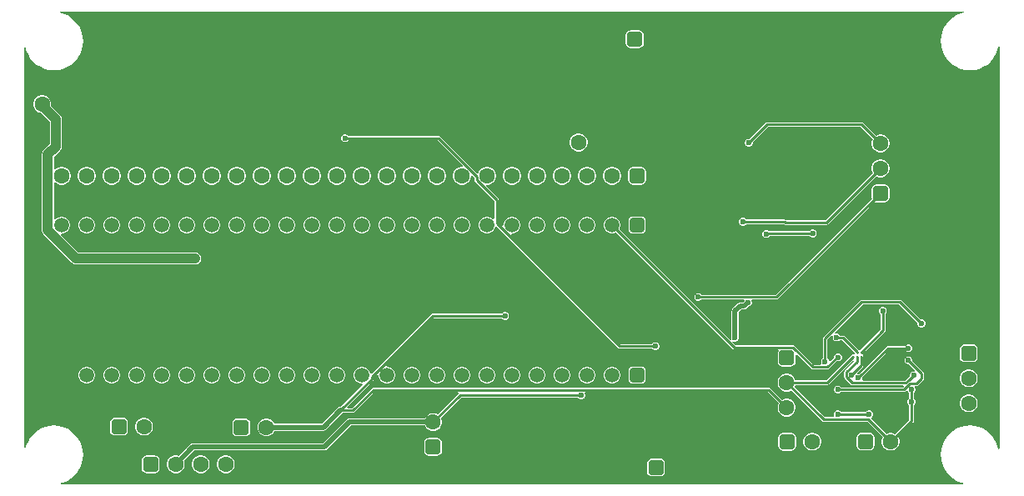
<source format=gbl>
G04*
G04 #@! TF.GenerationSoftware,Altium Limited,Altium Designer,21.6.4 (81)*
G04*
G04 Layer_Physical_Order=2*
G04 Layer_Color=16711680*
%FSLAX44Y44*%
%MOMM*%
G71*
G04*
G04 #@! TF.SameCoordinates,7EEBCD2D-C3DC-42FC-9086-E37A22DFF102*
G04*
G04*
G04 #@! TF.FilePolarity,Positive*
G04*
G01*
G75*
%ADD56C,0.5000*%
%ADD57C,0.2540*%
%ADD58C,1.6000*%
G04:AMPARAMS|DCode=59|XSize=1.6mm|YSize=1.6mm|CornerRadius=0.4mm|HoleSize=0mm|Usage=FLASHONLY|Rotation=0.000|XOffset=0mm|YOffset=0mm|HoleType=Round|Shape=RoundedRectangle|*
%AMROUNDEDRECTD59*
21,1,1.6000,0.8000,0,0,0.0*
21,1,0.8000,1.6000,0,0,0.0*
1,1,0.8000,0.4000,-0.4000*
1,1,0.8000,-0.4000,-0.4000*
1,1,0.8000,-0.4000,0.4000*
1,1,0.8000,0.4000,0.4000*
%
%ADD59ROUNDEDRECTD59*%
G04:AMPARAMS|DCode=60|XSize=1.6mm|YSize=1.6mm|CornerRadius=0.4mm|HoleSize=0mm|Usage=FLASHONLY|Rotation=90.000|XOffset=0mm|YOffset=0mm|HoleType=Round|Shape=RoundedRectangle|*
%AMROUNDEDRECTD60*
21,1,1.6000,0.8000,0,0,90.0*
21,1,0.8000,1.6000,0,0,90.0*
1,1,0.8000,0.4000,0.4000*
1,1,0.8000,0.4000,-0.4000*
1,1,0.8000,-0.4000,-0.4000*
1,1,0.8000,-0.4000,0.4000*
%
%ADD60ROUNDEDRECTD60*%
%ADD61C,1.5200*%
G04:AMPARAMS|DCode=62|XSize=1.52mm|YSize=1.52mm|CornerRadius=0.38mm|HoleSize=0mm|Usage=FLASHONLY|Rotation=180.000|XOffset=0mm|YOffset=0mm|HoleType=Round|Shape=RoundedRectangle|*
%AMROUNDEDRECTD62*
21,1,1.5200,0.7600,0,0,180.0*
21,1,0.7600,1.5200,0,0,180.0*
1,1,0.7600,-0.3800,0.3800*
1,1,0.7600,0.3800,0.3800*
1,1,0.7600,0.3800,-0.3800*
1,1,0.7600,-0.3800,-0.3800*
%
%ADD62ROUNDEDRECTD62*%
%ADD63C,0.6000*%
%ADD64C,0.2500*%
%ADD65C,1.0000*%
G36*
X954274Y478980D02*
X950851Y478158D01*
X946559Y476380D01*
X942597Y473953D01*
X939064Y470936D01*
X936047Y467403D01*
X933620Y463441D01*
X931842Y459149D01*
X930757Y454632D01*
X930393Y450000D01*
X930757Y445368D01*
X931842Y440851D01*
X933620Y436559D01*
X936047Y432597D01*
X939064Y429064D01*
X942597Y426047D01*
X946559Y423620D01*
X950851Y421842D01*
X955368Y420757D01*
X960000Y420393D01*
X964632Y420757D01*
X969149Y421842D01*
X973441Y423620D01*
X977403Y426047D01*
X980936Y429064D01*
X983953Y432597D01*
X986380Y436559D01*
X988158Y440851D01*
X988980Y444274D01*
X990250Y444124D01*
Y35876D01*
X988980Y35726D01*
X988158Y39149D01*
X986380Y43441D01*
X983953Y47403D01*
X980936Y50936D01*
X977403Y53953D01*
X973441Y56380D01*
X969149Y58158D01*
X964632Y59243D01*
X960000Y59607D01*
X955368Y59243D01*
X950851Y58158D01*
X946559Y56380D01*
X942597Y53953D01*
X939064Y50936D01*
X936047Y47403D01*
X933620Y43441D01*
X931842Y39149D01*
X930757Y34632D01*
X930393Y30000D01*
X930757Y25368D01*
X931842Y20851D01*
X933620Y16559D01*
X936047Y12597D01*
X939064Y9064D01*
X942597Y6047D01*
X946559Y3620D01*
X950851Y1842D01*
X953233Y1270D01*
X953082Y0D01*
X36918D01*
X36767Y1270D01*
X39149Y1842D01*
X43441Y3620D01*
X47403Y6047D01*
X50936Y9064D01*
X53953Y12597D01*
X56380Y16559D01*
X58158Y20851D01*
X59243Y25368D01*
X59607Y30000D01*
X59243Y34632D01*
X58158Y39149D01*
X56380Y43441D01*
X53953Y47403D01*
X50936Y50936D01*
X47403Y53953D01*
X43441Y56380D01*
X39149Y58158D01*
X34632Y59243D01*
X30000Y59607D01*
X25368Y59243D01*
X20851Y58158D01*
X16559Y56380D01*
X12597Y53953D01*
X9064Y50936D01*
X6047Y47403D01*
X3620Y43441D01*
X1842Y39149D01*
X1270Y36767D01*
X0Y36918D01*
Y443082D01*
X1270Y443233D01*
X1842Y440851D01*
X3620Y436559D01*
X6047Y432597D01*
X9064Y429064D01*
X12597Y426047D01*
X16559Y423620D01*
X20851Y421842D01*
X25368Y420757D01*
X30000Y420393D01*
X34632Y420757D01*
X39149Y421842D01*
X43441Y423620D01*
X47403Y426047D01*
X50936Y429064D01*
X53953Y432597D01*
X56380Y436559D01*
X58158Y440851D01*
X59243Y445368D01*
X59607Y450000D01*
X59243Y454632D01*
X58158Y459149D01*
X56380Y463441D01*
X53953Y467403D01*
X50936Y470936D01*
X47403Y473953D01*
X43441Y476380D01*
X39149Y478158D01*
X35726Y478980D01*
X35876Y480250D01*
X954124D01*
X954274Y478980D01*
D02*
G37*
%LPC*%
G36*
X623750Y461114D02*
X615750D01*
X613793Y460725D01*
X612134Y459616D01*
X611025Y457957D01*
X610636Y456000D01*
Y448000D01*
X611025Y446043D01*
X612134Y444384D01*
X613793Y443275D01*
X615750Y442886D01*
X623750D01*
X625707Y443275D01*
X627366Y444384D01*
X628475Y446043D01*
X628864Y448000D01*
Y456000D01*
X628475Y457957D01*
X627366Y459616D01*
X625707Y460725D01*
X623750Y461114D01*
D02*
G37*
G36*
X563887Y356109D02*
X561513D01*
X559220Y355494D01*
X557164Y354307D01*
X555485Y352629D01*
X554298Y350573D01*
X553684Y348279D01*
Y345906D01*
X554298Y343613D01*
X555485Y341557D01*
X557164Y339878D01*
X559220Y338691D01*
X561513Y338077D01*
X563887D01*
X566180Y338691D01*
X568236Y339878D01*
X569915Y341557D01*
X571102Y343613D01*
X571716Y345906D01*
Y348279D01*
X571102Y350573D01*
X569915Y352629D01*
X568236Y354307D01*
X566180Y355494D01*
X563887Y356109D01*
D02*
G37*
G36*
X850150Y367581D02*
X753900D01*
X753008Y367403D01*
X752252Y366898D01*
X736120Y350766D01*
X734601D01*
X733125Y350155D01*
X731995Y349025D01*
X731384Y347549D01*
Y345951D01*
X731995Y344475D01*
X733125Y343345D01*
X734601Y342734D01*
X736199D01*
X737675Y343345D01*
X738805Y344475D01*
X739416Y345951D01*
Y347470D01*
X754865Y362919D01*
X849185D01*
X861443Y350661D01*
X860848Y349630D01*
X860234Y347337D01*
Y344963D01*
X860848Y342670D01*
X862035Y340614D01*
X863714Y338935D01*
X865770Y337748D01*
X868063Y337134D01*
X870437D01*
X872730Y337748D01*
X874786Y338935D01*
X876465Y340614D01*
X877652Y342670D01*
X878266Y344963D01*
Y347337D01*
X877652Y349630D01*
X876465Y351686D01*
X874786Y353365D01*
X872730Y354552D01*
X870437Y355166D01*
X868063D01*
X865770Y354552D01*
X864740Y353957D01*
X851798Y366898D01*
X851042Y367403D01*
X850150Y367581D01*
D02*
G37*
G36*
X870437Y329766D02*
X868063D01*
X865770Y329152D01*
X863714Y327965D01*
X862035Y326286D01*
X860848Y324230D01*
X860234Y321937D01*
Y319563D01*
X860848Y317270D01*
X861443Y316240D01*
X813285Y268081D01*
X773774D01*
X773707Y268148D01*
X772951Y268653D01*
X772059Y268831D01*
X733030D01*
X731956Y269905D01*
X730480Y270516D01*
X728883D01*
X727407Y269905D01*
X726277Y268775D01*
X725666Y267299D01*
Y265701D01*
X726277Y264225D01*
X727407Y263095D01*
X728883Y262484D01*
X730480D01*
X731956Y263095D01*
X733030Y264169D01*
X771093D01*
X771161Y264102D01*
X771917Y263597D01*
X772809Y263419D01*
X814250D01*
X815142Y263597D01*
X815898Y264102D01*
X864740Y312943D01*
X865770Y312348D01*
X868063Y311734D01*
X870437D01*
X872730Y312348D01*
X874786Y313535D01*
X876465Y315214D01*
X877652Y317270D01*
X878266Y319563D01*
Y321937D01*
X877652Y324230D01*
X876465Y326286D01*
X874786Y327965D01*
X872730Y329152D01*
X870437Y329766D01*
D02*
G37*
G36*
X597887Y322166D02*
X595513D01*
X593220Y321552D01*
X591164Y320365D01*
X589485Y318686D01*
X588298Y316630D01*
X587684Y314337D01*
Y311963D01*
X588298Y309670D01*
X589485Y307614D01*
X591164Y305935D01*
X593220Y304748D01*
X595513Y304134D01*
X597887D01*
X600180Y304748D01*
X602236Y305935D01*
X603915Y307614D01*
X605102Y309670D01*
X605716Y311963D01*
Y314337D01*
X605102Y316630D01*
X603915Y318686D01*
X602236Y320365D01*
X600180Y321552D01*
X597887Y322166D01*
D02*
G37*
G36*
X572487D02*
X570113D01*
X567820Y321552D01*
X565764Y320365D01*
X564085Y318686D01*
X562898Y316630D01*
X562284Y314337D01*
Y311963D01*
X562898Y309670D01*
X564085Y307614D01*
X565764Y305935D01*
X567820Y304748D01*
X570113Y304134D01*
X572487D01*
X574780Y304748D01*
X576836Y305935D01*
X578515Y307614D01*
X579702Y309670D01*
X580316Y311963D01*
Y314337D01*
X579702Y316630D01*
X578515Y318686D01*
X576836Y320365D01*
X574780Y321552D01*
X572487Y322166D01*
D02*
G37*
G36*
X547087D02*
X544713D01*
X542420Y321552D01*
X540364Y320365D01*
X538685Y318686D01*
X537498Y316630D01*
X536884Y314337D01*
Y311963D01*
X537498Y309670D01*
X538685Y307614D01*
X540364Y305935D01*
X542420Y304748D01*
X544713Y304134D01*
X547087D01*
X549380Y304748D01*
X551436Y305935D01*
X553115Y307614D01*
X554302Y309670D01*
X554916Y311963D01*
Y314337D01*
X554302Y316630D01*
X553115Y318686D01*
X551436Y320365D01*
X549380Y321552D01*
X547087Y322166D01*
D02*
G37*
G36*
X521687D02*
X519313D01*
X517020Y321552D01*
X514964Y320365D01*
X513285Y318686D01*
X512098Y316630D01*
X511484Y314337D01*
Y311963D01*
X512098Y309670D01*
X513285Y307614D01*
X514964Y305935D01*
X517020Y304748D01*
X519313Y304134D01*
X521687D01*
X523980Y304748D01*
X526036Y305935D01*
X527715Y307614D01*
X528902Y309670D01*
X529516Y311963D01*
Y314337D01*
X528902Y316630D01*
X527715Y318686D01*
X526036Y320365D01*
X523980Y321552D01*
X521687Y322166D01*
D02*
G37*
G36*
X496287D02*
X493913D01*
X491620Y321552D01*
X489564Y320365D01*
X487885Y318686D01*
X486698Y316630D01*
X486084Y314337D01*
Y311963D01*
X486698Y309670D01*
X487885Y307614D01*
X489564Y305935D01*
X491620Y304748D01*
X493913Y304134D01*
X496287D01*
X498580Y304748D01*
X500636Y305935D01*
X502315Y307614D01*
X503502Y309670D01*
X504116Y311963D01*
Y314337D01*
X503502Y316630D01*
X502315Y318686D01*
X500636Y320365D01*
X498580Y321552D01*
X496287Y322166D01*
D02*
G37*
G36*
X420087D02*
X417713D01*
X415420Y321552D01*
X413364Y320365D01*
X411685Y318686D01*
X410498Y316630D01*
X409884Y314337D01*
Y311963D01*
X410498Y309670D01*
X411685Y307614D01*
X413364Y305935D01*
X415420Y304748D01*
X417713Y304134D01*
X420087D01*
X422380Y304748D01*
X424436Y305935D01*
X426115Y307614D01*
X427302Y309670D01*
X427916Y311963D01*
Y314337D01*
X427302Y316630D01*
X426115Y318686D01*
X424436Y320365D01*
X422380Y321552D01*
X420087Y322166D01*
D02*
G37*
G36*
X394687D02*
X392313D01*
X390020Y321552D01*
X387964Y320365D01*
X386285Y318686D01*
X385098Y316630D01*
X384484Y314337D01*
Y311963D01*
X385098Y309670D01*
X386285Y307614D01*
X387964Y305935D01*
X390020Y304748D01*
X392313Y304134D01*
X394687D01*
X396980Y304748D01*
X399036Y305935D01*
X400715Y307614D01*
X401902Y309670D01*
X402516Y311963D01*
Y314337D01*
X401902Y316630D01*
X400715Y318686D01*
X399036Y320365D01*
X396980Y321552D01*
X394687Y322166D01*
D02*
G37*
G36*
X369287D02*
X366913D01*
X364620Y321552D01*
X362564Y320365D01*
X360885Y318686D01*
X359698Y316630D01*
X359084Y314337D01*
Y311963D01*
X359698Y309670D01*
X360885Y307614D01*
X362564Y305935D01*
X364620Y304748D01*
X366913Y304134D01*
X369287D01*
X371580Y304748D01*
X373636Y305935D01*
X375315Y307614D01*
X376502Y309670D01*
X377116Y311963D01*
Y314337D01*
X376502Y316630D01*
X375315Y318686D01*
X373636Y320365D01*
X371580Y321552D01*
X369287Y322166D01*
D02*
G37*
G36*
X343887D02*
X341513D01*
X339220Y321552D01*
X337164Y320365D01*
X335485Y318686D01*
X334298Y316630D01*
X333684Y314337D01*
Y311963D01*
X334298Y309670D01*
X335485Y307614D01*
X337164Y305935D01*
X339220Y304748D01*
X341513Y304134D01*
X343887D01*
X346180Y304748D01*
X348236Y305935D01*
X349915Y307614D01*
X351102Y309670D01*
X351716Y311963D01*
Y314337D01*
X351102Y316630D01*
X349915Y318686D01*
X348236Y320365D01*
X346180Y321552D01*
X343887Y322166D01*
D02*
G37*
G36*
X318487D02*
X316113D01*
X313820Y321552D01*
X311764Y320365D01*
X310085Y318686D01*
X308898Y316630D01*
X308284Y314337D01*
Y311963D01*
X308898Y309670D01*
X310085Y307614D01*
X311764Y305935D01*
X313820Y304748D01*
X316113Y304134D01*
X318487D01*
X320780Y304748D01*
X322836Y305935D01*
X324515Y307614D01*
X325702Y309670D01*
X326316Y311963D01*
Y314337D01*
X325702Y316630D01*
X324515Y318686D01*
X322836Y320365D01*
X320780Y321552D01*
X318487Y322166D01*
D02*
G37*
G36*
X293087D02*
X290713D01*
X288420Y321552D01*
X286364Y320365D01*
X284685Y318686D01*
X283498Y316630D01*
X282884Y314337D01*
Y311963D01*
X283498Y309670D01*
X284685Y307614D01*
X286364Y305935D01*
X288420Y304748D01*
X290713Y304134D01*
X293087D01*
X295380Y304748D01*
X297436Y305935D01*
X299115Y307614D01*
X300302Y309670D01*
X300916Y311963D01*
Y314337D01*
X300302Y316630D01*
X299115Y318686D01*
X297436Y320365D01*
X295380Y321552D01*
X293087Y322166D01*
D02*
G37*
G36*
X267687D02*
X265313D01*
X263020Y321552D01*
X260964Y320365D01*
X259285Y318686D01*
X258098Y316630D01*
X257484Y314337D01*
Y311963D01*
X258098Y309670D01*
X259285Y307614D01*
X260964Y305935D01*
X263020Y304748D01*
X265313Y304134D01*
X267687D01*
X269980Y304748D01*
X272036Y305935D01*
X273715Y307614D01*
X274902Y309670D01*
X275516Y311963D01*
Y314337D01*
X274902Y316630D01*
X273715Y318686D01*
X272036Y320365D01*
X269980Y321552D01*
X267687Y322166D01*
D02*
G37*
G36*
X242287D02*
X239913D01*
X237620Y321552D01*
X235564Y320365D01*
X233885Y318686D01*
X232698Y316630D01*
X232084Y314337D01*
Y311963D01*
X232698Y309670D01*
X233885Y307614D01*
X235564Y305935D01*
X237620Y304748D01*
X239913Y304134D01*
X242287D01*
X244580Y304748D01*
X246636Y305935D01*
X248315Y307614D01*
X249502Y309670D01*
X250116Y311963D01*
Y314337D01*
X249502Y316630D01*
X248315Y318686D01*
X246636Y320365D01*
X244580Y321552D01*
X242287Y322166D01*
D02*
G37*
G36*
X216887D02*
X214513D01*
X212220Y321552D01*
X210164Y320365D01*
X208485Y318686D01*
X207298Y316630D01*
X206684Y314337D01*
Y311963D01*
X207298Y309670D01*
X208485Y307614D01*
X210164Y305935D01*
X212220Y304748D01*
X214513Y304134D01*
X216887D01*
X219180Y304748D01*
X221236Y305935D01*
X222915Y307614D01*
X224102Y309670D01*
X224716Y311963D01*
Y314337D01*
X224102Y316630D01*
X222915Y318686D01*
X221236Y320365D01*
X219180Y321552D01*
X216887Y322166D01*
D02*
G37*
G36*
X191487D02*
X189113D01*
X186820Y321552D01*
X184764Y320365D01*
X183085Y318686D01*
X181898Y316630D01*
X181284Y314337D01*
Y311963D01*
X181898Y309670D01*
X183085Y307614D01*
X184764Y305935D01*
X186820Y304748D01*
X189113Y304134D01*
X191487D01*
X193780Y304748D01*
X195836Y305935D01*
X197515Y307614D01*
X198702Y309670D01*
X199316Y311963D01*
Y314337D01*
X198702Y316630D01*
X197515Y318686D01*
X195836Y320365D01*
X193780Y321552D01*
X191487Y322166D01*
D02*
G37*
G36*
X166087D02*
X163713D01*
X161420Y321552D01*
X159364Y320365D01*
X157685Y318686D01*
X156498Y316630D01*
X155884Y314337D01*
Y311963D01*
X156498Y309670D01*
X157685Y307614D01*
X159364Y305935D01*
X161420Y304748D01*
X163713Y304134D01*
X166087D01*
X168380Y304748D01*
X170436Y305935D01*
X172115Y307614D01*
X173302Y309670D01*
X173916Y311963D01*
Y314337D01*
X173302Y316630D01*
X172115Y318686D01*
X170436Y320365D01*
X168380Y321552D01*
X166087Y322166D01*
D02*
G37*
G36*
X140687D02*
X138313D01*
X136020Y321552D01*
X133964Y320365D01*
X132285Y318686D01*
X131098Y316630D01*
X130484Y314337D01*
Y311963D01*
X131098Y309670D01*
X132285Y307614D01*
X133964Y305935D01*
X136020Y304748D01*
X138313Y304134D01*
X140687D01*
X142980Y304748D01*
X145036Y305935D01*
X146715Y307614D01*
X147902Y309670D01*
X148516Y311963D01*
Y314337D01*
X147902Y316630D01*
X146715Y318686D01*
X145036Y320365D01*
X142980Y321552D01*
X140687Y322166D01*
D02*
G37*
G36*
X115287D02*
X112913D01*
X110620Y321552D01*
X108564Y320365D01*
X106885Y318686D01*
X105698Y316630D01*
X105084Y314337D01*
Y311963D01*
X105698Y309670D01*
X106885Y307614D01*
X108564Y305935D01*
X110620Y304748D01*
X112913Y304134D01*
X115287D01*
X117580Y304748D01*
X119636Y305935D01*
X121315Y307614D01*
X122502Y309670D01*
X123116Y311963D01*
Y314337D01*
X122502Y316630D01*
X121315Y318686D01*
X119636Y320365D01*
X117580Y321552D01*
X115287Y322166D01*
D02*
G37*
G36*
X89887D02*
X87513D01*
X85220Y321552D01*
X83164Y320365D01*
X81485Y318686D01*
X80298Y316630D01*
X79684Y314337D01*
Y311963D01*
X80298Y309670D01*
X81485Y307614D01*
X83164Y305935D01*
X85220Y304748D01*
X87513Y304134D01*
X89887D01*
X92180Y304748D01*
X94236Y305935D01*
X95915Y307614D01*
X97102Y309670D01*
X97716Y311963D01*
Y314337D01*
X97102Y316630D01*
X95915Y318686D01*
X94236Y320365D01*
X92180Y321552D01*
X89887Y322166D01*
D02*
G37*
G36*
X64487D02*
X62113D01*
X59820Y321552D01*
X57764Y320365D01*
X56085Y318686D01*
X54898Y316630D01*
X54284Y314337D01*
Y311963D01*
X54898Y309670D01*
X56085Y307614D01*
X57764Y305935D01*
X59820Y304748D01*
X62113Y304134D01*
X64487D01*
X66780Y304748D01*
X68836Y305935D01*
X70515Y307614D01*
X71702Y309670D01*
X72316Y311963D01*
Y314337D01*
X71702Y316630D01*
X70515Y318686D01*
X68836Y320365D01*
X66780Y321552D01*
X64487Y322166D01*
D02*
G37*
G36*
X19187Y395216D02*
X16813D01*
X14520Y394602D01*
X12464Y393415D01*
X10785Y391736D01*
X9598Y389680D01*
X8984Y387387D01*
Y385013D01*
X9598Y382720D01*
X10785Y380664D01*
X12464Y378985D01*
X14520Y377798D01*
X16683Y377219D01*
X25882Y368020D01*
Y345559D01*
X19547Y339224D01*
X18217Y337234D01*
X17750Y334886D01*
Y257910D01*
X18217Y255563D01*
X19547Y253573D01*
X48207Y224913D01*
X50197Y223583D01*
X52544Y223116D01*
X173250D01*
X175597Y223583D01*
X177587Y224913D01*
X178917Y226903D01*
X179384Y229250D01*
X178917Y231597D01*
X177587Y233587D01*
X175597Y234917D01*
X173250Y235384D01*
X55085D01*
X37205Y253264D01*
X37731Y254534D01*
X39034D01*
X41226Y255121D01*
X43190Y256255D01*
X44795Y257860D01*
X45929Y259824D01*
X46516Y262016D01*
Y264284D01*
X45929Y266476D01*
X44795Y268440D01*
X43190Y270044D01*
X41226Y271179D01*
X39034Y271766D01*
X36766D01*
X34574Y271179D01*
X32610Y270044D01*
X31288Y268723D01*
X30018Y269122D01*
Y306486D01*
X31288Y307012D01*
X32364Y305935D01*
X34420Y304748D01*
X36713Y304134D01*
X39087D01*
X41380Y304748D01*
X43436Y305935D01*
X45115Y307614D01*
X46302Y309670D01*
X46916Y311963D01*
Y314337D01*
X46302Y316630D01*
X45115Y318686D01*
X43436Y320365D01*
X41380Y321552D01*
X39087Y322166D01*
X36713D01*
X34420Y321552D01*
X32364Y320365D01*
X31288Y319288D01*
X30018Y319814D01*
Y332346D01*
X36353Y338681D01*
X37683Y340671D01*
X38150Y343018D01*
Y370560D01*
X37683Y372908D01*
X36353Y374898D01*
X26852Y384399D01*
X27016Y385013D01*
Y387387D01*
X26402Y389680D01*
X25215Y391736D01*
X23536Y393415D01*
X21480Y394602D01*
X19187Y395216D01*
D02*
G37*
G36*
X626100Y322264D02*
X618100D01*
X616143Y321875D01*
X614484Y320766D01*
X613375Y319107D01*
X612986Y317150D01*
Y309150D01*
X613375Y307193D01*
X614484Y305534D01*
X616143Y304425D01*
X618100Y304036D01*
X626100D01*
X628057Y304425D01*
X629716Y305534D01*
X630825Y307193D01*
X631214Y309150D01*
Y317150D01*
X630825Y319107D01*
X629716Y320766D01*
X628057Y321875D01*
X626100Y322264D01*
D02*
G37*
G36*
X873250Y304464D02*
X865250D01*
X863293Y304075D01*
X861634Y302966D01*
X860525Y301307D01*
X860136Y299350D01*
Y291350D01*
X860437Y289834D01*
X762935Y192331D01*
X687599D01*
X686525Y193405D01*
X685049Y194016D01*
X683451D01*
X681975Y193405D01*
X680845Y192275D01*
X680234Y190799D01*
Y189201D01*
X680845Y187725D01*
X681975Y186595D01*
X683451Y185984D01*
X685049D01*
X686525Y186595D01*
X687599Y187669D01*
X730366D01*
X731094Y186429D01*
X731095Y186399D01*
X729268Y184572D01*
X726737D01*
X725365Y184299D01*
X724202Y183522D01*
X718965Y178285D01*
X718188Y177122D01*
X717915Y175750D01*
Y150740D01*
X717484Y149699D01*
Y148101D01*
X717939Y147004D01*
X716862Y146284D01*
X604214Y258932D01*
X604729Y259824D01*
X605316Y262016D01*
Y264284D01*
X604729Y266476D01*
X603595Y268440D01*
X601990Y270044D01*
X600026Y271179D01*
X597834Y271766D01*
X595566D01*
X593374Y271179D01*
X591410Y270044D01*
X589805Y268440D01*
X588671Y266476D01*
X588084Y264284D01*
Y262016D01*
X588671Y259824D01*
X589805Y257860D01*
X591410Y256255D01*
X593374Y255121D01*
X595566Y254534D01*
X597834D01*
X600026Y255121D01*
X600918Y255636D01*
X719266Y137288D01*
X720022Y136783D01*
X720914Y136605D01*
X765083D01*
X765761Y135335D01*
X765275Y134607D01*
X764886Y132650D01*
Y124650D01*
X765275Y122693D01*
X766384Y121034D01*
X768043Y119925D01*
X770000Y119536D01*
X778000D01*
X779957Y119925D01*
X781616Y121034D01*
X782725Y122693D01*
X783114Y124650D01*
Y131333D01*
X784384Y131859D01*
X798985Y117258D01*
X799741Y116753D01*
X800633Y116576D01*
X815406D01*
X816298Y116753D01*
X817055Y117258D01*
X824754Y124958D01*
X825294Y124734D01*
X826891D01*
X828367Y125346D01*
X829497Y126476D01*
X830108Y127952D01*
Y129549D01*
X829497Y131025D01*
X828367Y132155D01*
X826891Y132766D01*
X825294D01*
X823818Y132155D01*
X822688Y131025D01*
X822076Y129549D01*
Y128873D01*
X818189Y124986D01*
X816835Y125428D01*
X816405Y126467D01*
X815331Y127541D01*
Y146785D01*
X819900Y151354D01*
X820976Y150634D01*
X820734Y150049D01*
Y148451D01*
X821345Y146975D01*
X822475Y145845D01*
X823951Y145234D01*
X825549D01*
X827025Y145845D01*
X827437Y146257D01*
X830568D01*
X843169Y133656D01*
Y133592D01*
X843234Y133267D01*
Y133142D01*
X843282Y133026D01*
X843347Y132701D01*
X843485Y132493D01*
X843485Y132493D01*
X843197Y132090D01*
X843002Y131896D01*
X842600Y131607D01*
X842599Y131608D01*
X842392Y131746D01*
X842066Y131811D01*
X841951Y131858D01*
X841826D01*
X841500Y131923D01*
X841174Y131858D01*
X841049D01*
X840934Y131811D01*
X840608Y131746D01*
X840332Y131561D01*
X840216Y131514D01*
X840128Y131425D01*
X839852Y131241D01*
X814192Y105581D01*
X782710D01*
X782402Y106730D01*
X781215Y108786D01*
X779536Y110464D01*
X777480Y111651D01*
X775187Y112266D01*
X772813D01*
X770520Y111651D01*
X768464Y110464D01*
X766785Y108786D01*
X765598Y106730D01*
X764984Y104437D01*
Y102063D01*
X765598Y99770D01*
X766785Y97714D01*
X768464Y96035D01*
X770520Y94848D01*
X772813Y94234D01*
X775187D01*
X777480Y94848D01*
X778511Y95443D01*
X809795Y64158D01*
X810552Y63653D01*
X811443Y63476D01*
X855928D01*
X871643Y47761D01*
X871048Y46730D01*
X870434Y44437D01*
Y42063D01*
X871048Y39770D01*
X872235Y37714D01*
X873914Y36035D01*
X875970Y34848D01*
X878263Y34234D01*
X880637D01*
X882930Y34848D01*
X884986Y36035D01*
X886665Y37714D01*
X887852Y39770D01*
X888466Y42063D01*
Y44437D01*
X887852Y46730D01*
X887257Y47761D01*
X902298Y62802D01*
X902803Y63558D01*
X902981Y64450D01*
Y80244D01*
X904055Y81318D01*
X904666Y82794D01*
Y84391D01*
X904055Y85867D01*
X902981Y86941D01*
Y92744D01*
X904055Y93818D01*
X904666Y95294D01*
Y96891D01*
X904055Y98367D01*
X903894Y98528D01*
X904420Y99798D01*
X905629D01*
X906521Y99975D01*
X907277Y100480D01*
X912596Y105800D01*
X913101Y106556D01*
X913279Y107448D01*
Y112295D01*
X913101Y113187D01*
X912596Y113943D01*
X901666Y124873D01*
Y126391D01*
X901055Y127867D01*
X899925Y128997D01*
X898449Y129608D01*
X896851D01*
X895375Y128997D01*
X894245Y127867D01*
X893634Y126391D01*
Y124794D01*
X894245Y123318D01*
X895375Y122188D01*
X896851Y121576D01*
X898370D01*
X904239Y115707D01*
X903634Y114516D01*
X902451D01*
X900975Y113905D01*
X899845Y112775D01*
X899234Y111299D01*
Y109780D01*
X897402Y107949D01*
X896846Y107838D01*
X896090Y107333D01*
X893802Y105045D01*
X851134D01*
X850399Y106315D01*
X850766Y107201D01*
Y108720D01*
X877808Y135762D01*
X894301D01*
X895375Y134688D01*
X896851Y134076D01*
X898449D01*
X899925Y134688D01*
X901055Y135818D01*
X901666Y137294D01*
Y138891D01*
X901055Y140367D01*
X899925Y141497D01*
X898449Y142108D01*
X896851D01*
X895375Y141497D01*
X894301Y140423D01*
X876842D01*
X875950Y140246D01*
X875194Y139741D01*
X847470Y112016D01*
X846108D01*
X845788Y112426D01*
X845486Y113189D01*
X851148Y118852D01*
X851653Y119608D01*
X851831Y120500D01*
Y129593D01*
X851766Y129918D01*
Y130043D01*
X851718Y130159D01*
X851653Y130484D01*
X851469Y130760D01*
X851421Y130876D01*
X851259Y131510D01*
X851642Y132438D01*
X873648Y154444D01*
X874153Y155201D01*
X874331Y156093D01*
Y173051D01*
X875005Y173725D01*
X875616Y175201D01*
Y176799D01*
X875005Y178275D01*
X873875Y179405D01*
X872399Y180016D01*
X870801D01*
X869325Y179405D01*
X868195Y178275D01*
X867584Y176799D01*
Y175201D01*
X868195Y173725D01*
X869325Y172595D01*
X869669Y172453D01*
Y157058D01*
X848729Y136118D01*
X847148Y136270D01*
X833182Y150236D01*
X832425Y150741D01*
X831533Y150919D01*
X828406D01*
X828155Y151525D01*
X827025Y152655D01*
X825549Y153266D01*
X823951D01*
X823366Y153024D01*
X822646Y154100D01*
X851215Y182669D01*
X887977D01*
X906834Y163812D01*
Y162294D01*
X907445Y160818D01*
X908575Y159688D01*
X910051Y159076D01*
X911649D01*
X913125Y159688D01*
X914255Y160818D01*
X914866Y162294D01*
Y163891D01*
X914255Y165367D01*
X913125Y166497D01*
X911649Y167108D01*
X910130D01*
X890591Y186648D01*
X889834Y187153D01*
X888942Y187331D01*
X850250D01*
X849358Y187153D01*
X848602Y186648D01*
X811352Y149398D01*
X810847Y148642D01*
X810669Y147750D01*
Y127541D01*
X809595Y126467D01*
X808984Y124991D01*
Y123394D01*
X809351Y122507D01*
X808616Y121237D01*
X801599D01*
X782252Y140584D01*
X781496Y141089D01*
X780604Y141267D01*
X721880D01*
X718884Y144262D01*
X719604Y145339D01*
X720701Y144884D01*
X722299D01*
X723775Y145495D01*
X724905Y146625D01*
X725516Y148101D01*
Y149699D01*
X725085Y150740D01*
Y174265D01*
X728222Y177402D01*
X730752D01*
X732124Y177675D01*
X733287Y178452D01*
X735533Y180698D01*
X735549D01*
X737025Y181309D01*
X738155Y182439D01*
X738766Y183915D01*
Y185513D01*
X738399Y186399D01*
X739134Y187669D01*
X763900D01*
X764792Y187847D01*
X765548Y188352D01*
X863734Y286537D01*
X865250Y286236D01*
X873250D01*
X875207Y286625D01*
X876866Y287734D01*
X877975Y289393D01*
X878364Y291350D01*
Y299350D01*
X877975Y301307D01*
X876866Y302966D01*
X875207Y304075D01*
X873250Y304464D01*
D02*
G37*
G36*
X326299Y355516D02*
X324701D01*
X323225Y354905D01*
X322095Y353775D01*
X321484Y352299D01*
Y350701D01*
X322095Y349225D01*
X323225Y348095D01*
X324701Y347484D01*
X326299D01*
X327775Y348095D01*
X328849Y349169D01*
X419531D01*
X445264Y323436D01*
X444738Y322166D01*
X443113D01*
X440820Y321552D01*
X438764Y320365D01*
X437085Y318686D01*
X435898Y316630D01*
X435284Y314337D01*
Y311963D01*
X435898Y309670D01*
X437085Y307614D01*
X438764Y305935D01*
X440820Y304748D01*
X443113Y304134D01*
X445487D01*
X447780Y304748D01*
X449836Y305935D01*
X451515Y307614D01*
X452702Y309670D01*
X453316Y311963D01*
Y313588D01*
X454586Y314114D01*
X457083Y311617D01*
Y308889D01*
X457261Y307997D01*
X457766Y307241D01*
X477255Y287752D01*
Y269576D01*
X475985Y269050D01*
X474990Y270044D01*
X473026Y271179D01*
X470834Y271766D01*
X468566D01*
X466374Y271179D01*
X464410Y270044D01*
X462805Y268440D01*
X461671Y266476D01*
X461084Y264284D01*
Y262016D01*
X461671Y259824D01*
X462805Y257860D01*
X464410Y256255D01*
X466374Y255121D01*
X468566Y254534D01*
X470834D01*
X473026Y255121D01*
X474990Y256255D01*
X476595Y257860D01*
X477729Y259824D01*
X478072Y261105D01*
X479488Y261484D01*
X602621Y138352D01*
X603377Y137847D01*
X604269Y137669D01*
X637401D01*
X638475Y136595D01*
X639951Y135984D01*
X641549D01*
X643025Y136595D01*
X644155Y137725D01*
X644766Y139201D01*
Y140799D01*
X644155Y142275D01*
X643025Y143405D01*
X641549Y144016D01*
X639951D01*
X638475Y143405D01*
X637401Y142331D01*
X605234D01*
X494301Y253264D01*
X494827Y254534D01*
X496234D01*
X498426Y255121D01*
X500390Y256255D01*
X501995Y257860D01*
X503129Y259824D01*
X503716Y262016D01*
Y264284D01*
X503129Y266476D01*
X501995Y268440D01*
X500390Y270044D01*
X498426Y271179D01*
X496234Y271766D01*
X493966D01*
X491774Y271179D01*
X489810Y270044D01*
X488205Y268440D01*
X487071Y266476D01*
X486484Y264284D01*
Y262877D01*
X485214Y262351D01*
X481917Y265648D01*
Y288717D01*
X481739Y289609D01*
X481234Y290366D01*
X468736Y302864D01*
X469262Y304134D01*
X470887D01*
X473180Y304748D01*
X475236Y305935D01*
X476915Y307614D01*
X478102Y309670D01*
X478716Y311963D01*
Y314337D01*
X478102Y316630D01*
X476915Y318686D01*
X475236Y320365D01*
X473180Y321552D01*
X470887Y322166D01*
X468513D01*
X466220Y321552D01*
X464164Y320365D01*
X462485Y318686D01*
X461298Y316630D01*
X461070Y315778D01*
X459843Y315449D01*
X422145Y353148D01*
X421389Y353653D01*
X420497Y353831D01*
X328849D01*
X327775Y354905D01*
X326299Y355516D01*
D02*
G37*
G36*
X801199Y258766D02*
X799601D01*
X798125Y258155D01*
X796995Y257025D01*
X796905Y256806D01*
X756524D01*
X755725Y257605D01*
X754249Y258216D01*
X752651D01*
X751175Y257605D01*
X750045Y256475D01*
X749434Y254999D01*
Y253401D01*
X750045Y251925D01*
X751175Y250795D01*
X752651Y250184D01*
X754249D01*
X755725Y250795D01*
X756855Y251925D01*
X756945Y252144D01*
X797326D01*
X798125Y251345D01*
X799601Y250734D01*
X801199D01*
X802675Y251345D01*
X803805Y252475D01*
X804416Y253951D01*
Y255549D01*
X803805Y257025D01*
X802675Y258155D01*
X801199Y258766D01*
D02*
G37*
G36*
X572434Y271766D02*
X570166D01*
X567974Y271179D01*
X566010Y270044D01*
X564406Y268440D01*
X563271Y266476D01*
X562684Y264284D01*
Y262016D01*
X563271Y259824D01*
X564406Y257860D01*
X566010Y256255D01*
X567974Y255121D01*
X570166Y254534D01*
X572434D01*
X574626Y255121D01*
X576590Y256255D01*
X578195Y257860D01*
X579329Y259824D01*
X579916Y262016D01*
Y264284D01*
X579329Y266476D01*
X578195Y268440D01*
X576590Y270044D01*
X574626Y271179D01*
X572434Y271766D01*
D02*
G37*
G36*
X547034D02*
X544766D01*
X542574Y271179D01*
X540610Y270044D01*
X539006Y268440D01*
X537871Y266476D01*
X537284Y264284D01*
Y262016D01*
X537871Y259824D01*
X539006Y257860D01*
X540610Y256255D01*
X542574Y255121D01*
X544766Y254534D01*
X547034D01*
X549226Y255121D01*
X551190Y256255D01*
X552794Y257860D01*
X553929Y259824D01*
X554516Y262016D01*
Y264284D01*
X553929Y266476D01*
X552794Y268440D01*
X551190Y270044D01*
X549226Y271179D01*
X547034Y271766D01*
D02*
G37*
G36*
X521634D02*
X519366D01*
X517174Y271179D01*
X515210Y270044D01*
X513605Y268440D01*
X512471Y266476D01*
X511884Y264284D01*
Y262016D01*
X512471Y259824D01*
X513605Y257860D01*
X515210Y256255D01*
X517174Y255121D01*
X519366Y254534D01*
X521634D01*
X523826Y255121D01*
X525790Y256255D01*
X527394Y257860D01*
X528529Y259824D01*
X529116Y262016D01*
Y264284D01*
X528529Y266476D01*
X527394Y268440D01*
X525790Y270044D01*
X523826Y271179D01*
X521634Y271766D01*
D02*
G37*
G36*
X445434D02*
X443166D01*
X440974Y271179D01*
X439010Y270044D01*
X437406Y268440D01*
X436271Y266476D01*
X435684Y264284D01*
Y262016D01*
X436271Y259824D01*
X437406Y257860D01*
X439010Y256255D01*
X440974Y255121D01*
X443166Y254534D01*
X445434D01*
X447626Y255121D01*
X449590Y256255D01*
X451194Y257860D01*
X452329Y259824D01*
X452916Y262016D01*
Y264284D01*
X452329Y266476D01*
X451194Y268440D01*
X449590Y270044D01*
X447626Y271179D01*
X445434Y271766D01*
D02*
G37*
G36*
X420034D02*
X417766D01*
X415574Y271179D01*
X413610Y270044D01*
X412006Y268440D01*
X410871Y266476D01*
X410284Y264284D01*
Y262016D01*
X410871Y259824D01*
X412006Y257860D01*
X413610Y256255D01*
X415574Y255121D01*
X417766Y254534D01*
X420034D01*
X422226Y255121D01*
X424190Y256255D01*
X425794Y257860D01*
X426929Y259824D01*
X427516Y262016D01*
Y264284D01*
X426929Y266476D01*
X425794Y268440D01*
X424190Y270044D01*
X422226Y271179D01*
X420034Y271766D01*
D02*
G37*
G36*
X394634D02*
X392366D01*
X390174Y271179D01*
X388210Y270044D01*
X386605Y268440D01*
X385471Y266476D01*
X384884Y264284D01*
Y262016D01*
X385471Y259824D01*
X386605Y257860D01*
X388210Y256255D01*
X390174Y255121D01*
X392366Y254534D01*
X394634D01*
X396826Y255121D01*
X398790Y256255D01*
X400395Y257860D01*
X401529Y259824D01*
X402116Y262016D01*
Y264284D01*
X401529Y266476D01*
X400395Y268440D01*
X398790Y270044D01*
X396826Y271179D01*
X394634Y271766D01*
D02*
G37*
G36*
X369234D02*
X366966D01*
X364774Y271179D01*
X362810Y270044D01*
X361205Y268440D01*
X360071Y266476D01*
X359484Y264284D01*
Y262016D01*
X360071Y259824D01*
X361205Y257860D01*
X362810Y256255D01*
X364774Y255121D01*
X366966Y254534D01*
X369234D01*
X371426Y255121D01*
X373390Y256255D01*
X374995Y257860D01*
X376129Y259824D01*
X376716Y262016D01*
Y264284D01*
X376129Y266476D01*
X374995Y268440D01*
X373390Y270044D01*
X371426Y271179D01*
X369234Y271766D01*
D02*
G37*
G36*
X343834D02*
X341566D01*
X339374Y271179D01*
X337410Y270044D01*
X335806Y268440D01*
X334671Y266476D01*
X334084Y264284D01*
Y262016D01*
X334671Y259824D01*
X335806Y257860D01*
X337410Y256255D01*
X339374Y255121D01*
X341566Y254534D01*
X343834D01*
X346026Y255121D01*
X347990Y256255D01*
X349594Y257860D01*
X350729Y259824D01*
X351316Y262016D01*
Y264284D01*
X350729Y266476D01*
X349594Y268440D01*
X347990Y270044D01*
X346026Y271179D01*
X343834Y271766D01*
D02*
G37*
G36*
X318434D02*
X316166D01*
X313974Y271179D01*
X312010Y270044D01*
X310406Y268440D01*
X309271Y266476D01*
X308684Y264284D01*
Y262016D01*
X309271Y259824D01*
X310406Y257860D01*
X312010Y256255D01*
X313974Y255121D01*
X316166Y254534D01*
X318434D01*
X320626Y255121D01*
X322590Y256255D01*
X324194Y257860D01*
X325329Y259824D01*
X325916Y262016D01*
Y264284D01*
X325329Y266476D01*
X324194Y268440D01*
X322590Y270044D01*
X320626Y271179D01*
X318434Y271766D01*
D02*
G37*
G36*
X293034D02*
X290766D01*
X288574Y271179D01*
X286610Y270044D01*
X285005Y268440D01*
X283871Y266476D01*
X283284Y264284D01*
Y262016D01*
X283871Y259824D01*
X285005Y257860D01*
X286610Y256255D01*
X288574Y255121D01*
X290766Y254534D01*
X293034D01*
X295226Y255121D01*
X297190Y256255D01*
X298794Y257860D01*
X299929Y259824D01*
X300516Y262016D01*
Y264284D01*
X299929Y266476D01*
X298794Y268440D01*
X297190Y270044D01*
X295226Y271179D01*
X293034Y271766D01*
D02*
G37*
G36*
X267634D02*
X265366D01*
X263174Y271179D01*
X261210Y270044D01*
X259606Y268440D01*
X258471Y266476D01*
X257884Y264284D01*
Y262016D01*
X258471Y259824D01*
X259606Y257860D01*
X261210Y256255D01*
X263174Y255121D01*
X265366Y254534D01*
X267634D01*
X269826Y255121D01*
X271790Y256255D01*
X273395Y257860D01*
X274529Y259824D01*
X275116Y262016D01*
Y264284D01*
X274529Y266476D01*
X273395Y268440D01*
X271790Y270044D01*
X269826Y271179D01*
X267634Y271766D01*
D02*
G37*
G36*
X242234D02*
X239966D01*
X237774Y271179D01*
X235810Y270044D01*
X234205Y268440D01*
X233071Y266476D01*
X232484Y264284D01*
Y262016D01*
X233071Y259824D01*
X234205Y257860D01*
X235810Y256255D01*
X237774Y255121D01*
X239966Y254534D01*
X242234D01*
X244426Y255121D01*
X246390Y256255D01*
X247994Y257860D01*
X249129Y259824D01*
X249716Y262016D01*
Y264284D01*
X249129Y266476D01*
X247994Y268440D01*
X246390Y270044D01*
X244426Y271179D01*
X242234Y271766D01*
D02*
G37*
G36*
X216834D02*
X214566D01*
X212374Y271179D01*
X210410Y270044D01*
X208806Y268440D01*
X207671Y266476D01*
X207084Y264284D01*
Y262016D01*
X207671Y259824D01*
X208806Y257860D01*
X210410Y256255D01*
X212374Y255121D01*
X214566Y254534D01*
X216834D01*
X219026Y255121D01*
X220990Y256255D01*
X222595Y257860D01*
X223729Y259824D01*
X224316Y262016D01*
Y264284D01*
X223729Y266476D01*
X222595Y268440D01*
X220990Y270044D01*
X219026Y271179D01*
X216834Y271766D01*
D02*
G37*
G36*
X191434D02*
X189166D01*
X186974Y271179D01*
X185010Y270044D01*
X183405Y268440D01*
X182271Y266476D01*
X181684Y264284D01*
Y262016D01*
X182271Y259824D01*
X183405Y257860D01*
X185010Y256255D01*
X186974Y255121D01*
X189166Y254534D01*
X191434D01*
X193626Y255121D01*
X195590Y256255D01*
X197194Y257860D01*
X198329Y259824D01*
X198916Y262016D01*
Y264284D01*
X198329Y266476D01*
X197194Y268440D01*
X195590Y270044D01*
X193626Y271179D01*
X191434Y271766D01*
D02*
G37*
G36*
X166034D02*
X163766D01*
X161574Y271179D01*
X159610Y270044D01*
X158006Y268440D01*
X156871Y266476D01*
X156284Y264284D01*
Y262016D01*
X156871Y259824D01*
X158006Y257860D01*
X159610Y256255D01*
X161574Y255121D01*
X163766Y254534D01*
X166034D01*
X168226Y255121D01*
X170190Y256255D01*
X171794Y257860D01*
X172929Y259824D01*
X173516Y262016D01*
Y264284D01*
X172929Y266476D01*
X171794Y268440D01*
X170190Y270044D01*
X168226Y271179D01*
X166034Y271766D01*
D02*
G37*
G36*
X140634D02*
X138366D01*
X136174Y271179D01*
X134210Y270044D01*
X132605Y268440D01*
X131471Y266476D01*
X130884Y264284D01*
Y262016D01*
X131471Y259824D01*
X132605Y257860D01*
X134210Y256255D01*
X136174Y255121D01*
X138366Y254534D01*
X140634D01*
X142826Y255121D01*
X144790Y256255D01*
X146395Y257860D01*
X147529Y259824D01*
X148116Y262016D01*
Y264284D01*
X147529Y266476D01*
X146395Y268440D01*
X144790Y270044D01*
X142826Y271179D01*
X140634Y271766D01*
D02*
G37*
G36*
X115234D02*
X112966D01*
X110774Y271179D01*
X108810Y270044D01*
X107205Y268440D01*
X106071Y266476D01*
X105484Y264284D01*
Y262016D01*
X106071Y259824D01*
X107205Y257860D01*
X108810Y256255D01*
X110774Y255121D01*
X112966Y254534D01*
X115234D01*
X117426Y255121D01*
X119390Y256255D01*
X120995Y257860D01*
X122129Y259824D01*
X122716Y262016D01*
Y264284D01*
X122129Y266476D01*
X120995Y268440D01*
X119390Y270044D01*
X117426Y271179D01*
X115234Y271766D01*
D02*
G37*
G36*
X89834D02*
X87566D01*
X85374Y271179D01*
X83410Y270044D01*
X81805Y268440D01*
X80671Y266476D01*
X80084Y264284D01*
Y262016D01*
X80671Y259824D01*
X81805Y257860D01*
X83410Y256255D01*
X85374Y255121D01*
X87566Y254534D01*
X89834D01*
X92026Y255121D01*
X93990Y256255D01*
X95595Y257860D01*
X96729Y259824D01*
X97316Y262016D01*
Y264284D01*
X96729Y266476D01*
X95595Y268440D01*
X93990Y270044D01*
X92026Y271179D01*
X89834Y271766D01*
D02*
G37*
G36*
X64434D02*
X62166D01*
X59974Y271179D01*
X58010Y270044D01*
X56406Y268440D01*
X55271Y266476D01*
X54684Y264284D01*
Y262016D01*
X55271Y259824D01*
X56406Y257860D01*
X58010Y256255D01*
X59974Y255121D01*
X62166Y254534D01*
X64434D01*
X66626Y255121D01*
X68590Y256255D01*
X70195Y257860D01*
X71329Y259824D01*
X71916Y262016D01*
Y264284D01*
X71329Y266476D01*
X70195Y268440D01*
X68590Y270044D01*
X66626Y271179D01*
X64434Y271766D01*
D02*
G37*
G36*
X625900Y271860D02*
X618300D01*
X616421Y271487D01*
X614828Y270422D01*
X613763Y268829D01*
X613390Y266950D01*
Y259350D01*
X613763Y257471D01*
X614828Y255878D01*
X616421Y254813D01*
X618300Y254440D01*
X625900D01*
X627779Y254813D01*
X629372Y255878D01*
X630437Y257471D01*
X630810Y259350D01*
Y266950D01*
X630437Y268829D01*
X629372Y270422D01*
X627779Y271487D01*
X625900Y271860D01*
D02*
G37*
G36*
X488824Y175016D02*
X487226D01*
X485750Y174405D01*
X484676Y173331D01*
X414369D01*
X413477Y173153D01*
X412721Y172648D01*
X352488Y112416D01*
X351072Y112795D01*
X350729Y114076D01*
X349594Y116040D01*
X347990Y117645D01*
X346026Y118779D01*
X343834Y119366D01*
X341566D01*
X339374Y118779D01*
X337410Y117645D01*
X335806Y116040D01*
X334671Y114076D01*
X334084Y111884D01*
Y109616D01*
X334671Y107424D01*
X335806Y105460D01*
X337410Y103855D01*
X339374Y102721D01*
X341566Y102134D01*
X342973D01*
X343499Y100864D01*
X321081Y78446D01*
X320840Y78494D01*
X319469Y78222D01*
X318306Y77444D01*
X302253Y61392D01*
X254041D01*
X252915Y63343D01*
X251236Y65022D01*
X249180Y66209D01*
X246887Y66823D01*
X244513D01*
X242220Y66209D01*
X240164Y65022D01*
X238485Y63343D01*
X237298Y61287D01*
X236684Y58994D01*
Y56620D01*
X237298Y54327D01*
X238485Y52271D01*
X240164Y50593D01*
X242220Y49406D01*
X244513Y48791D01*
X246887D01*
X249180Y49406D01*
X251236Y50593D01*
X252915Y52271D01*
X254041Y54222D01*
X303738D01*
X305110Y54495D01*
X306273Y55272D01*
X323375Y72375D01*
X323512Y72579D01*
X333410D01*
X334301Y72756D01*
X335058Y73261D01*
X355251Y93455D01*
X440322D01*
X440707Y92185D01*
X440652Y92148D01*
X419510Y71007D01*
X418480Y71602D01*
X416187Y72216D01*
X413813D01*
X411520Y71602D01*
X409464Y70415D01*
X407785Y68736D01*
X406659Y66785D01*
X330362D01*
X328990Y66512D01*
X327827Y65735D01*
X303427Y41335D01*
X171100D01*
X169728Y41062D01*
X168565Y40285D01*
X156963Y28683D01*
X154787Y29266D01*
X152413D01*
X150120Y28652D01*
X148064Y27465D01*
X146385Y25786D01*
X145198Y23730D01*
X144584Y21437D01*
Y19063D01*
X145198Y16770D01*
X146385Y14714D01*
X148064Y13035D01*
X150120Y11848D01*
X152413Y11234D01*
X154787D01*
X157080Y11848D01*
X159136Y13035D01*
X160815Y14714D01*
X162002Y16770D01*
X162616Y19063D01*
Y21437D01*
X162033Y23613D01*
X172585Y34165D01*
X304912D01*
X306284Y34438D01*
X307447Y35215D01*
X331847Y59615D01*
X406659D01*
X407785Y57664D01*
X409464Y55985D01*
X411520Y54798D01*
X413813Y54184D01*
X416187D01*
X418480Y54798D01*
X420536Y55985D01*
X422215Y57664D01*
X423402Y59720D01*
X424016Y62013D01*
Y64387D01*
X423402Y66680D01*
X422807Y67710D01*
X443265Y88169D01*
X561901D01*
X562975Y87095D01*
X564451Y86484D01*
X566049D01*
X567525Y87095D01*
X568655Y88225D01*
X569266Y89701D01*
Y91299D01*
X568899Y92185D01*
X569634Y93455D01*
X755098D01*
X766193Y82360D01*
X765598Y81330D01*
X764984Y79037D01*
Y76663D01*
X765598Y74370D01*
X766785Y72314D01*
X768464Y70635D01*
X770520Y69448D01*
X772813Y68834D01*
X775187D01*
X777480Y69448D01*
X779536Y70635D01*
X781215Y72314D01*
X782402Y74370D01*
X783016Y76663D01*
Y79037D01*
X782402Y81330D01*
X781215Y83386D01*
X779536Y85064D01*
X777480Y86251D01*
X775187Y86866D01*
X772813D01*
X770520Y86251D01*
X769490Y85657D01*
X757712Y97434D01*
X756956Y97939D01*
X756064Y98117D01*
X354286D01*
X353394Y97939D01*
X352638Y97434D01*
X332444Y77240D01*
X328127D01*
X327641Y78414D01*
X354234Y105007D01*
X354739Y105763D01*
X354917Y106655D01*
Y108251D01*
X358214Y111549D01*
X359484Y111023D01*
Y109616D01*
X360071Y107424D01*
X361205Y105460D01*
X362810Y103855D01*
X364774Y102721D01*
X366966Y102134D01*
X369234D01*
X371426Y102721D01*
X373390Y103855D01*
X374995Y105460D01*
X376129Y107424D01*
X376716Y109616D01*
Y111884D01*
X376129Y114076D01*
X374995Y116040D01*
X373390Y117645D01*
X371426Y118779D01*
X369234Y119366D01*
X367827D01*
X367301Y120636D01*
X415335Y168669D01*
X484676D01*
X485750Y167595D01*
X487226Y166984D01*
X488824D01*
X490300Y167595D01*
X491430Y168725D01*
X492041Y170201D01*
Y171799D01*
X491430Y173275D01*
X490300Y174405D01*
X488824Y175016D01*
D02*
G37*
G36*
X962750Y142114D02*
X954750D01*
X952793Y141725D01*
X951134Y140616D01*
X950025Y138957D01*
X949636Y137000D01*
Y129000D01*
X950025Y127043D01*
X951134Y125384D01*
X952793Y124275D01*
X954750Y123886D01*
X962750D01*
X964707Y124275D01*
X966366Y125384D01*
X967475Y127043D01*
X967864Y129000D01*
Y137000D01*
X967475Y138957D01*
X966366Y140616D01*
X964707Y141725D01*
X962750Y142114D01*
D02*
G37*
G36*
X597834Y119366D02*
X595566D01*
X593374Y118779D01*
X591410Y117645D01*
X589805Y116040D01*
X588671Y114076D01*
X588084Y111884D01*
Y109616D01*
X588671Y107424D01*
X589805Y105460D01*
X591410Y103855D01*
X593374Y102721D01*
X595566Y102134D01*
X597834D01*
X600026Y102721D01*
X601990Y103855D01*
X603595Y105460D01*
X604729Y107424D01*
X605316Y109616D01*
Y111884D01*
X604729Y114076D01*
X603595Y116040D01*
X601990Y117645D01*
X600026Y118779D01*
X597834Y119366D01*
D02*
G37*
G36*
X572434D02*
X570166D01*
X567974Y118779D01*
X566010Y117645D01*
X564406Y116040D01*
X563271Y114076D01*
X562684Y111884D01*
Y109616D01*
X563271Y107424D01*
X564406Y105460D01*
X566010Y103855D01*
X567974Y102721D01*
X570166Y102134D01*
X572434D01*
X574626Y102721D01*
X576590Y103855D01*
X578195Y105460D01*
X579329Y107424D01*
X579916Y109616D01*
Y111884D01*
X579329Y114076D01*
X578195Y116040D01*
X576590Y117645D01*
X574626Y118779D01*
X572434Y119366D01*
D02*
G37*
G36*
X547034D02*
X544766D01*
X542574Y118779D01*
X540610Y117645D01*
X539006Y116040D01*
X537871Y114076D01*
X537284Y111884D01*
Y109616D01*
X537871Y107424D01*
X539006Y105460D01*
X540610Y103855D01*
X542574Y102721D01*
X544766Y102134D01*
X547034D01*
X549226Y102721D01*
X551190Y103855D01*
X552794Y105460D01*
X553929Y107424D01*
X554516Y109616D01*
Y111884D01*
X553929Y114076D01*
X552794Y116040D01*
X551190Y117645D01*
X549226Y118779D01*
X547034Y119366D01*
D02*
G37*
G36*
X521634D02*
X519366D01*
X517174Y118779D01*
X515210Y117645D01*
X513605Y116040D01*
X512471Y114076D01*
X511884Y111884D01*
Y109616D01*
X512471Y107424D01*
X513605Y105460D01*
X515210Y103855D01*
X517174Y102721D01*
X519366Y102134D01*
X521634D01*
X523826Y102721D01*
X525790Y103855D01*
X527394Y105460D01*
X528529Y107424D01*
X529116Y109616D01*
Y111884D01*
X528529Y114076D01*
X527394Y116040D01*
X525790Y117645D01*
X523826Y118779D01*
X521634Y119366D01*
D02*
G37*
G36*
X496234D02*
X493966D01*
X491774Y118779D01*
X489810Y117645D01*
X488205Y116040D01*
X487071Y114076D01*
X486484Y111884D01*
Y109616D01*
X487071Y107424D01*
X488205Y105460D01*
X489810Y103855D01*
X491774Y102721D01*
X493966Y102134D01*
X496234D01*
X498426Y102721D01*
X500390Y103855D01*
X501995Y105460D01*
X503129Y107424D01*
X503716Y109616D01*
Y111884D01*
X503129Y114076D01*
X501995Y116040D01*
X500390Y117645D01*
X498426Y118779D01*
X496234Y119366D01*
D02*
G37*
G36*
X470834D02*
X468566D01*
X466374Y118779D01*
X464410Y117645D01*
X462805Y116040D01*
X461671Y114076D01*
X461084Y111884D01*
Y109616D01*
X461671Y107424D01*
X462805Y105460D01*
X464410Y103855D01*
X466374Y102721D01*
X468566Y102134D01*
X470834D01*
X473026Y102721D01*
X474990Y103855D01*
X476595Y105460D01*
X477729Y107424D01*
X478316Y109616D01*
Y111884D01*
X477729Y114076D01*
X476595Y116040D01*
X474990Y117645D01*
X473026Y118779D01*
X470834Y119366D01*
D02*
G37*
G36*
X445434D02*
X443166D01*
X440974Y118779D01*
X439010Y117645D01*
X437406Y116040D01*
X436271Y114076D01*
X435684Y111884D01*
Y109616D01*
X436271Y107424D01*
X437406Y105460D01*
X439010Y103855D01*
X440974Y102721D01*
X443166Y102134D01*
X445434D01*
X447626Y102721D01*
X449590Y103855D01*
X451194Y105460D01*
X452329Y107424D01*
X452916Y109616D01*
Y111884D01*
X452329Y114076D01*
X451194Y116040D01*
X449590Y117645D01*
X447626Y118779D01*
X445434Y119366D01*
D02*
G37*
G36*
X420034D02*
X417766D01*
X415574Y118779D01*
X413610Y117645D01*
X412006Y116040D01*
X410871Y114076D01*
X410284Y111884D01*
Y109616D01*
X410871Y107424D01*
X412006Y105460D01*
X413610Y103855D01*
X415574Y102721D01*
X417766Y102134D01*
X420034D01*
X422226Y102721D01*
X424190Y103855D01*
X425794Y105460D01*
X426929Y107424D01*
X427516Y109616D01*
Y111884D01*
X426929Y114076D01*
X425794Y116040D01*
X424190Y117645D01*
X422226Y118779D01*
X420034Y119366D01*
D02*
G37*
G36*
X394634D02*
X392366D01*
X390174Y118779D01*
X388210Y117645D01*
X386605Y116040D01*
X385471Y114076D01*
X384884Y111884D01*
Y109616D01*
X385471Y107424D01*
X386605Y105460D01*
X388210Y103855D01*
X390174Y102721D01*
X392366Y102134D01*
X394634D01*
X396826Y102721D01*
X398790Y103855D01*
X400395Y105460D01*
X401529Y107424D01*
X402116Y109616D01*
Y111884D01*
X401529Y114076D01*
X400395Y116040D01*
X398790Y117645D01*
X396826Y118779D01*
X394634Y119366D01*
D02*
G37*
G36*
X318434D02*
X316166D01*
X313974Y118779D01*
X312010Y117645D01*
X310406Y116040D01*
X309271Y114076D01*
X308684Y111884D01*
Y109616D01*
X309271Y107424D01*
X310406Y105460D01*
X312010Y103855D01*
X313974Y102721D01*
X316166Y102134D01*
X318434D01*
X320626Y102721D01*
X322590Y103855D01*
X324194Y105460D01*
X325329Y107424D01*
X325916Y109616D01*
Y111884D01*
X325329Y114076D01*
X324194Y116040D01*
X322590Y117645D01*
X320626Y118779D01*
X318434Y119366D01*
D02*
G37*
G36*
X293034D02*
X290766D01*
X288574Y118779D01*
X286610Y117645D01*
X285005Y116040D01*
X283871Y114076D01*
X283284Y111884D01*
Y109616D01*
X283871Y107424D01*
X285005Y105460D01*
X286610Y103855D01*
X288574Y102721D01*
X290766Y102134D01*
X293034D01*
X295226Y102721D01*
X297190Y103855D01*
X298794Y105460D01*
X299929Y107424D01*
X300516Y109616D01*
Y111884D01*
X299929Y114076D01*
X298794Y116040D01*
X297190Y117645D01*
X295226Y118779D01*
X293034Y119366D01*
D02*
G37*
G36*
X267634D02*
X265366D01*
X263174Y118779D01*
X261210Y117645D01*
X259606Y116040D01*
X258471Y114076D01*
X257884Y111884D01*
Y109616D01*
X258471Y107424D01*
X259606Y105460D01*
X261210Y103855D01*
X263174Y102721D01*
X265366Y102134D01*
X267634D01*
X269826Y102721D01*
X271790Y103855D01*
X273395Y105460D01*
X274529Y107424D01*
X275116Y109616D01*
Y111884D01*
X274529Y114076D01*
X273395Y116040D01*
X271790Y117645D01*
X269826Y118779D01*
X267634Y119366D01*
D02*
G37*
G36*
X242234D02*
X239966D01*
X237774Y118779D01*
X235810Y117645D01*
X234205Y116040D01*
X233071Y114076D01*
X232484Y111884D01*
Y109616D01*
X233071Y107424D01*
X234205Y105460D01*
X235810Y103855D01*
X237774Y102721D01*
X239966Y102134D01*
X242234D01*
X244426Y102721D01*
X246390Y103855D01*
X247994Y105460D01*
X249129Y107424D01*
X249716Y109616D01*
Y111884D01*
X249129Y114076D01*
X247994Y116040D01*
X246390Y117645D01*
X244426Y118779D01*
X242234Y119366D01*
D02*
G37*
G36*
X216834D02*
X214566D01*
X212374Y118779D01*
X210410Y117645D01*
X208806Y116040D01*
X207671Y114076D01*
X207084Y111884D01*
Y109616D01*
X207671Y107424D01*
X208806Y105460D01*
X210410Y103855D01*
X212374Y102721D01*
X214566Y102134D01*
X216834D01*
X219026Y102721D01*
X220990Y103855D01*
X222595Y105460D01*
X223729Y107424D01*
X224316Y109616D01*
Y111884D01*
X223729Y114076D01*
X222595Y116040D01*
X220990Y117645D01*
X219026Y118779D01*
X216834Y119366D01*
D02*
G37*
G36*
X191434D02*
X189166D01*
X186974Y118779D01*
X185010Y117645D01*
X183405Y116040D01*
X182271Y114076D01*
X181684Y111884D01*
Y109616D01*
X182271Y107424D01*
X183405Y105460D01*
X185010Y103855D01*
X186974Y102721D01*
X189166Y102134D01*
X191434D01*
X193626Y102721D01*
X195590Y103855D01*
X197194Y105460D01*
X198329Y107424D01*
X198916Y109616D01*
Y111884D01*
X198329Y114076D01*
X197194Y116040D01*
X195590Y117645D01*
X193626Y118779D01*
X191434Y119366D01*
D02*
G37*
G36*
X166034D02*
X163766D01*
X161574Y118779D01*
X159610Y117645D01*
X158006Y116040D01*
X156871Y114076D01*
X156284Y111884D01*
Y109616D01*
X156871Y107424D01*
X158006Y105460D01*
X159610Y103855D01*
X161574Y102721D01*
X163766Y102134D01*
X166034D01*
X168226Y102721D01*
X170190Y103855D01*
X171794Y105460D01*
X172929Y107424D01*
X173516Y109616D01*
Y111884D01*
X172929Y114076D01*
X171794Y116040D01*
X170190Y117645D01*
X168226Y118779D01*
X166034Y119366D01*
D02*
G37*
G36*
X140634D02*
X138366D01*
X136174Y118779D01*
X134210Y117645D01*
X132605Y116040D01*
X131471Y114076D01*
X130884Y111884D01*
Y109616D01*
X131471Y107424D01*
X132605Y105460D01*
X134210Y103855D01*
X136174Y102721D01*
X138366Y102134D01*
X140634D01*
X142826Y102721D01*
X144790Y103855D01*
X146395Y105460D01*
X147529Y107424D01*
X148116Y109616D01*
Y111884D01*
X147529Y114076D01*
X146395Y116040D01*
X144790Y117645D01*
X142826Y118779D01*
X140634Y119366D01*
D02*
G37*
G36*
X115234D02*
X112966D01*
X110774Y118779D01*
X108810Y117645D01*
X107205Y116040D01*
X106071Y114076D01*
X105484Y111884D01*
Y109616D01*
X106071Y107424D01*
X107205Y105460D01*
X108810Y103855D01*
X110774Y102721D01*
X112966Y102134D01*
X115234D01*
X117426Y102721D01*
X119390Y103855D01*
X120995Y105460D01*
X122129Y107424D01*
X122716Y109616D01*
Y111884D01*
X122129Y114076D01*
X120995Y116040D01*
X119390Y117645D01*
X117426Y118779D01*
X115234Y119366D01*
D02*
G37*
G36*
X89834D02*
X87566D01*
X85374Y118779D01*
X83410Y117645D01*
X81805Y116040D01*
X80671Y114076D01*
X80084Y111884D01*
Y109616D01*
X80671Y107424D01*
X81805Y105460D01*
X83410Y103855D01*
X85374Y102721D01*
X87566Y102134D01*
X89834D01*
X92026Y102721D01*
X93990Y103855D01*
X95595Y105460D01*
X96729Y107424D01*
X97316Y109616D01*
Y111884D01*
X96729Y114076D01*
X95595Y116040D01*
X93990Y117645D01*
X92026Y118779D01*
X89834Y119366D01*
D02*
G37*
G36*
X64434D02*
X62166D01*
X59974Y118779D01*
X58010Y117645D01*
X56406Y116040D01*
X55271Y114076D01*
X54684Y111884D01*
Y109616D01*
X55271Y107424D01*
X56406Y105460D01*
X58010Y103855D01*
X59974Y102721D01*
X62166Y102134D01*
X64434D01*
X66626Y102721D01*
X68590Y103855D01*
X70195Y105460D01*
X71329Y107424D01*
X71916Y109616D01*
Y111884D01*
X71329Y114076D01*
X70195Y116040D01*
X68590Y117645D01*
X66626Y118779D01*
X64434Y119366D01*
D02*
G37*
G36*
X625900Y119460D02*
X618300D01*
X616421Y119087D01*
X614828Y118022D01*
X613763Y116429D01*
X613390Y114550D01*
Y106950D01*
X613763Y105071D01*
X614828Y103478D01*
X616421Y102413D01*
X618300Y102040D01*
X625900D01*
X627779Y102413D01*
X629372Y103478D01*
X630437Y105071D01*
X630810Y106950D01*
Y114550D01*
X630437Y116429D01*
X629372Y118022D01*
X627779Y119087D01*
X625900Y119460D01*
D02*
G37*
G36*
X959937Y116616D02*
X957563D01*
X955270Y116002D01*
X953214Y114815D01*
X951535Y113136D01*
X950348Y111080D01*
X949734Y108787D01*
Y106413D01*
X950348Y104120D01*
X951535Y102064D01*
X953214Y100385D01*
X955270Y99198D01*
X957563Y98584D01*
X959937D01*
X962230Y99198D01*
X964286Y100385D01*
X965965Y102064D01*
X967152Y104120D01*
X967766Y106413D01*
Y108787D01*
X967152Y111080D01*
X965965Y113136D01*
X964286Y114815D01*
X962230Y116002D01*
X959937Y116616D01*
D02*
G37*
G36*
Y91216D02*
X957563D01*
X955270Y90602D01*
X953214Y89415D01*
X951535Y87736D01*
X950348Y85680D01*
X949734Y83387D01*
Y81013D01*
X950348Y78720D01*
X951535Y76664D01*
X953214Y74985D01*
X955270Y73798D01*
X957563Y73184D01*
X959937D01*
X962230Y73798D01*
X964286Y74985D01*
X965965Y76664D01*
X967152Y78720D01*
X967766Y81013D01*
Y83387D01*
X967152Y85680D01*
X965965Y87736D01*
X964286Y89415D01*
X962230Y90602D01*
X959937Y91216D01*
D02*
G37*
G36*
X122637Y67523D02*
X120263D01*
X117970Y66909D01*
X115914Y65722D01*
X114235Y64043D01*
X113048Y61988D01*
X112434Y59694D01*
Y57320D01*
X113048Y55027D01*
X114235Y52972D01*
X115914Y51293D01*
X117970Y50106D01*
X120263Y49491D01*
X122637D01*
X124930Y50106D01*
X126986Y51293D01*
X128665Y52972D01*
X129852Y55027D01*
X130466Y57320D01*
Y59694D01*
X129852Y61988D01*
X128665Y64043D01*
X126986Y65722D01*
X124930Y66909D01*
X122637Y67523D01*
D02*
G37*
G36*
X100050Y67622D02*
X92050D01*
X90093Y67232D01*
X88434Y66124D01*
X87325Y64465D01*
X86936Y62507D01*
Y54507D01*
X87325Y52550D01*
X88434Y50891D01*
X90093Y49783D01*
X92050Y49393D01*
X100050D01*
X102007Y49783D01*
X103666Y50891D01*
X104775Y52550D01*
X105164Y54507D01*
Y62507D01*
X104775Y64465D01*
X103666Y66124D01*
X102007Y67232D01*
X100050Y67622D01*
D02*
G37*
G36*
X224300Y66922D02*
X216300D01*
X214343Y66532D01*
X212684Y65424D01*
X211575Y63765D01*
X211186Y61807D01*
Y53807D01*
X211575Y51850D01*
X212684Y50191D01*
X214343Y49082D01*
X216300Y48693D01*
X224300D01*
X226257Y49082D01*
X227916Y50191D01*
X229025Y51850D01*
X229414Y53807D01*
Y61807D01*
X229025Y63765D01*
X227916Y65424D01*
X226257Y66532D01*
X224300Y66922D01*
D02*
G37*
G36*
X801137Y52173D02*
X798763D01*
X796470Y51559D01*
X794414Y50372D01*
X792735Y48693D01*
X791548Y46637D01*
X790934Y44344D01*
Y41970D01*
X791548Y39677D01*
X792735Y37621D01*
X794414Y35943D01*
X796470Y34756D01*
X798763Y34141D01*
X801137D01*
X803430Y34756D01*
X805486Y35943D01*
X807165Y37621D01*
X808352Y39677D01*
X808966Y41970D01*
Y44344D01*
X808352Y46637D01*
X807165Y48693D01*
X805486Y50372D01*
X803430Y51559D01*
X801137Y52173D01*
D02*
G37*
G36*
X858050Y52364D02*
X850050D01*
X848093Y51975D01*
X846434Y50866D01*
X845325Y49207D01*
X844936Y47250D01*
Y39250D01*
X845325Y37293D01*
X846434Y35634D01*
X848093Y34525D01*
X850050Y34136D01*
X858050D01*
X860007Y34525D01*
X861666Y35634D01*
X862775Y37293D01*
X863164Y39250D01*
Y47250D01*
X862775Y49207D01*
X861666Y50866D01*
X860007Y51975D01*
X858050Y52364D01*
D02*
G37*
G36*
X778550Y52272D02*
X770550D01*
X768593Y51882D01*
X766934Y50774D01*
X765825Y49114D01*
X765436Y47157D01*
Y39157D01*
X765825Y37200D01*
X766934Y35541D01*
X768593Y34432D01*
X770550Y34043D01*
X778550D01*
X780507Y34432D01*
X782166Y35541D01*
X783275Y37200D01*
X783664Y39157D01*
Y47157D01*
X783275Y49114D01*
X782166Y50774D01*
X780507Y51882D01*
X778550Y52272D01*
D02*
G37*
G36*
X419000Y46914D02*
X411000D01*
X409043Y46525D01*
X407384Y45416D01*
X406275Y43757D01*
X405886Y41800D01*
Y33800D01*
X406275Y31843D01*
X407384Y30184D01*
X409043Y29075D01*
X411000Y28686D01*
X419000D01*
X420957Y29075D01*
X422616Y30184D01*
X423725Y31843D01*
X424114Y33800D01*
Y41800D01*
X423725Y43757D01*
X422616Y45416D01*
X420957Y46525D01*
X419000Y46914D01*
D02*
G37*
G36*
X205587Y29266D02*
X203213D01*
X200920Y28652D01*
X198864Y27465D01*
X197185Y25786D01*
X195998Y23730D01*
X195384Y21437D01*
Y19063D01*
X195998Y16770D01*
X197185Y14714D01*
X198864Y13035D01*
X200920Y11848D01*
X203213Y11234D01*
X205587D01*
X207880Y11848D01*
X209936Y13035D01*
X211615Y14714D01*
X212802Y16770D01*
X213416Y19063D01*
Y21437D01*
X212802Y23730D01*
X211615Y25786D01*
X209936Y27465D01*
X207880Y28652D01*
X205587Y29266D01*
D02*
G37*
G36*
X180187D02*
X177813D01*
X175520Y28652D01*
X173464Y27465D01*
X171785Y25786D01*
X170598Y23730D01*
X169984Y21437D01*
Y19063D01*
X170598Y16770D01*
X171785Y14714D01*
X173464Y13035D01*
X175520Y11848D01*
X177813Y11234D01*
X180187D01*
X182480Y11848D01*
X184536Y13035D01*
X186215Y14714D01*
X187402Y16770D01*
X188016Y19063D01*
Y21437D01*
X187402Y23730D01*
X186215Y25786D01*
X184536Y27465D01*
X182480Y28652D01*
X180187Y29266D01*
D02*
G37*
G36*
X132200Y29364D02*
X124200D01*
X122243Y28975D01*
X120584Y27866D01*
X119475Y26207D01*
X119086Y24250D01*
Y16250D01*
X119475Y14293D01*
X120584Y12634D01*
X122243Y11525D01*
X124200Y11136D01*
X132200D01*
X134157Y11525D01*
X135816Y12634D01*
X136925Y14293D01*
X137314Y16250D01*
Y24250D01*
X136925Y26207D01*
X135816Y27866D01*
X134157Y28975D01*
X132200Y29364D01*
D02*
G37*
G36*
X645250Y26114D02*
X637250D01*
X635293Y25725D01*
X633634Y24616D01*
X632525Y22957D01*
X632136Y21000D01*
Y13000D01*
X632525Y11043D01*
X633634Y9384D01*
X635293Y8275D01*
X637250Y7886D01*
X645250D01*
X647207Y8275D01*
X648866Y9384D01*
X649975Y11043D01*
X650364Y13000D01*
Y21000D01*
X649975Y22957D01*
X648866Y24616D01*
X647207Y25725D01*
X645250Y26114D01*
D02*
G37*
%LPD*%
G36*
X842538Y125538D02*
X842628Y125019D01*
X833066Y115457D01*
X832561Y114700D01*
X832383Y113808D01*
Y108811D01*
X832561Y107919D01*
X833066Y107162D01*
X839162Y101066D01*
X839919Y100561D01*
X840810Y100383D01*
X892268D01*
X892772Y99222D01*
X892123Y98423D01*
X829199D01*
X828125Y99497D01*
X826649Y100108D01*
X825051D01*
X823575Y99497D01*
X822445Y98367D01*
X821834Y96891D01*
Y95294D01*
X822445Y93818D01*
X823575Y92688D01*
X825051Y92077D01*
X826649D01*
X828125Y92688D01*
X829199Y93762D01*
X893175D01*
X894066Y93939D01*
X894823Y94444D01*
X895461Y95082D01*
X896878Y94704D01*
X897245Y93818D01*
X898319Y92744D01*
Y86941D01*
X897245Y85867D01*
X896634Y84391D01*
Y82794D01*
X897245Y81318D01*
X898319Y80244D01*
Y65415D01*
X883960Y51057D01*
X882930Y51652D01*
X880637Y52266D01*
X878263D01*
X875970Y51652D01*
X874940Y51057D01*
X859590Y66406D01*
X859838Y67652D01*
X859925Y67688D01*
X861055Y68818D01*
X861666Y70294D01*
Y71891D01*
X861055Y73367D01*
X859925Y74497D01*
X858449Y75108D01*
X856851D01*
X855375Y74497D01*
X854301Y73423D01*
X829199D01*
X828125Y74497D01*
X826649Y75108D01*
X825051D01*
X823575Y74497D01*
X822445Y73367D01*
X821834Y71891D01*
Y70294D01*
X822201Y69407D01*
X821466Y68137D01*
X812409D01*
X781807Y98740D01*
X782402Y99770D01*
X782710Y100919D01*
X815157D01*
X816049Y101097D01*
X816806Y101602D01*
X841174Y125971D01*
X842538Y125538D01*
D02*
G37*
D56*
X726737Y180987D02*
X730752D01*
X721500Y175750D02*
X726737Y180987D01*
X734479Y184714D02*
X734750D01*
X730752Y180987D02*
X734479Y184714D01*
X721500Y148900D02*
Y175750D01*
X303738Y57807D02*
X320840Y74910D01*
X245700Y57807D02*
X303738D01*
X171100Y37750D02*
X304912D01*
X153600Y20250D02*
X171100Y37750D01*
X330362Y63200D02*
X415000D01*
X304912Y37750D02*
X330362Y63200D01*
D57*
X871600Y176000D02*
X872000Y175600D01*
Y156093D02*
Y175600D01*
X772809Y265750D02*
X814250D01*
X729681Y266500D02*
X772059D01*
X772809Y265750D01*
X815157Y103250D02*
X841500Y129593D01*
X774000Y103250D02*
X815157D01*
X831533Y148588D02*
X845500Y134621D01*
Y133592D02*
Y134621D01*
X825412Y148588D02*
X831533D01*
X824750Y149250D02*
X825412Y148588D01*
X830908Y133592D02*
X841500D01*
X824500Y140000D02*
X830908Y133592D01*
X684250Y190000D02*
X763900D01*
X869250Y295350D01*
X479586Y264683D02*
X604269Y140000D01*
X640750D01*
X910948Y107448D02*
Y112295D01*
X905629Y102129D02*
X910948Y107448D01*
X897650Y125592D02*
X910948Y112295D01*
X899211Y102129D02*
X905629D01*
X825850Y96093D02*
X893175D01*
X894767Y102714D02*
X897738Y105685D01*
X893175Y96093D02*
X899211Y102129D01*
X897738Y105685D02*
X898435D01*
X903250Y110500D01*
X840810Y102714D02*
X894767D01*
X900650Y64450D02*
Y83593D01*
Y96093D01*
X825250Y128750D02*
X826092D01*
X815406Y118906D02*
X825250Y128750D01*
X814250Y265750D02*
X869250Y320750D01*
X800125Y254475D02*
X800400Y254750D01*
X753450Y254200D02*
X753725Y254475D01*
X800125D01*
X735400Y346750D02*
X753900Y365250D01*
X850150D02*
X869250Y346150D01*
X753900Y365250D02*
X850150D01*
X325500Y351500D02*
X420497D01*
X459414Y312583D01*
Y308889D02*
Y312583D01*
Y308889D02*
X479586Y288717D01*
Y264683D02*
Y288717D01*
X800633Y118906D02*
X815406D01*
X780604Y138936D02*
X800633Y118906D01*
X720914Y138936D02*
X780604D01*
X596700Y263150D02*
X720914Y138936D01*
X811443Y65806D02*
X856893D01*
X774000Y103250D02*
X811443Y65806D01*
X856893D02*
X879450Y43250D01*
X846750Y108000D02*
X876842Y138092D01*
X849500Y133592D02*
X872000Y156093D01*
X876842Y138092D02*
X897650D01*
X879450Y43250D02*
X900650Y64450D01*
X888942Y185000D02*
X910850Y163092D01*
X813000Y147750D02*
X850250Y185000D01*
X888942D01*
X813000Y124192D02*
Y147750D01*
X834714Y108811D02*
Y113808D01*
X845500Y124594D01*
Y129593D01*
X834714Y108811D02*
X840810Y102714D01*
X825850Y71093D02*
X857650D01*
X849500Y120500D02*
Y129593D01*
X840000Y111000D02*
X849500Y120500D01*
X320840Y74910D02*
X352586Y106655D01*
X320840Y74910D02*
X333410D01*
X354286Y95786D01*
X756064D01*
X774000Y77850D01*
X352586Y106655D02*
Y109217D01*
X414369Y171000D02*
X488025D01*
X352586Y109217D02*
X414369Y171000D01*
X415000Y63200D02*
X442300Y90500D01*
X565250D01*
D58*
X562700Y347093D02*
D03*
X879450Y43250D02*
D03*
X869250Y346150D02*
D03*
Y320750D02*
D03*
X799950Y43157D02*
D03*
X274650Y19500D02*
D03*
X300050D02*
D03*
X325450D02*
D03*
X204400Y20250D02*
D03*
X179000D02*
D03*
X153600D02*
D03*
X774000Y77850D02*
D03*
Y103250D02*
D03*
X415000Y63200D02*
D03*
X245700Y57807D02*
D03*
X121450Y58507D02*
D03*
X18000Y386200D02*
D03*
X37900Y313150D02*
D03*
X63300D02*
D03*
X88700D02*
D03*
X114100D02*
D03*
X139500D02*
D03*
X266500D02*
D03*
X342700D02*
D03*
X368100D02*
D03*
X393500D02*
D03*
X444300D02*
D03*
X469700D02*
D03*
X520500D02*
D03*
X571300D02*
D03*
X596700D02*
D03*
X545900D02*
D03*
X495100D02*
D03*
X418900D02*
D03*
X317300D02*
D03*
X291900D02*
D03*
X241100D02*
D03*
X215700D02*
D03*
X190300D02*
D03*
X164900D02*
D03*
X958750Y82200D02*
D03*
Y107600D02*
D03*
D59*
X537300Y347093D02*
D03*
X619750Y452000D02*
D03*
X854050Y43250D02*
D03*
X641250Y17000D02*
D03*
X774550Y43157D02*
D03*
X350850Y19500D02*
D03*
X128200Y20250D02*
D03*
X220300Y57807D02*
D03*
X96050Y58507D02*
D03*
X622100Y313150D02*
D03*
D60*
X869250Y295350D02*
D03*
X774000Y128650D02*
D03*
X415000Y37800D02*
D03*
X18000Y360800D02*
D03*
X958750Y133000D02*
D03*
D61*
X215700Y110750D02*
D03*
X241100D02*
D03*
X342700D02*
D03*
X393500D02*
D03*
X469700D02*
D03*
X571300D02*
D03*
X596700D02*
D03*
X545900D02*
D03*
X520500D02*
D03*
X495100D02*
D03*
X444300D02*
D03*
X418900D02*
D03*
X368100D02*
D03*
X317300D02*
D03*
X291900D02*
D03*
X266500D02*
D03*
X190300D02*
D03*
X164900D02*
D03*
X139500D02*
D03*
X114100D02*
D03*
X88700D02*
D03*
X63300D02*
D03*
X37900D02*
D03*
X215700Y263150D02*
D03*
X241100D02*
D03*
X342700D02*
D03*
X393500D02*
D03*
X469700D02*
D03*
X571300D02*
D03*
X596700D02*
D03*
X545900D02*
D03*
X520500D02*
D03*
X495100D02*
D03*
X444300D02*
D03*
X418900D02*
D03*
X368100D02*
D03*
X317300D02*
D03*
X291900D02*
D03*
X266500D02*
D03*
X190300D02*
D03*
X164900D02*
D03*
X139500D02*
D03*
X114100D02*
D03*
X88700D02*
D03*
X63300D02*
D03*
X37900D02*
D03*
D62*
X622100Y110750D02*
D03*
Y263150D02*
D03*
D63*
X839250Y232750D02*
D03*
X835750Y273750D02*
D03*
X835500Y315500D02*
D03*
X227750Y362500D02*
D03*
X30400Y211500D02*
D03*
Y186000D02*
D03*
X816900Y176000D02*
D03*
X871600D02*
D03*
X729681Y266500D02*
D03*
X170250Y68500D02*
D03*
X590500Y359750D02*
D03*
X798750Y95750D02*
D03*
Y111250D02*
D03*
X597850Y84000D02*
D03*
X16000Y79750D02*
D03*
X80750Y12250D02*
D03*
X363500Y79750D02*
D03*
X304000Y80000D02*
D03*
X656000Y162500D02*
D03*
X549500Y229250D02*
D03*
X340500Y193250D02*
D03*
X684250Y190000D02*
D03*
X734750Y184714D02*
D03*
X640750Y140000D02*
D03*
X748600Y346750D02*
D03*
X700500Y16000D02*
D03*
X967250Y228500D02*
D03*
X968250Y371500D02*
D03*
X890000Y433500D02*
D03*
X683000Y431500D02*
D03*
X493250D02*
D03*
X310750Y436000D02*
D03*
X143750Y436750D02*
D03*
X422750Y135000D02*
D03*
X51700Y360800D02*
D03*
X592750Y33500D02*
D03*
X542500Y34750D02*
D03*
X441507Y41150D02*
D03*
X248242Y194900D02*
D03*
X188258Y194150D02*
D03*
X65250Y240750D02*
D03*
X30400Y198750D02*
D03*
X125750Y199000D02*
D03*
X763000Y427750D02*
D03*
X738000Y427500D02*
D03*
X794750Y299150D02*
D03*
X800400Y242250D02*
D03*
X728600Y229750D02*
D03*
X661000Y266500D02*
D03*
X698500Y304250D02*
D03*
X636500Y362250D02*
D03*
X517550Y30000D02*
D03*
X721500Y148900D02*
D03*
X900650Y96093D02*
D03*
X825850D02*
D03*
X897650Y125592D02*
D03*
X903250Y110500D02*
D03*
X824500Y140000D02*
D03*
X826092Y128750D02*
D03*
X765000Y310250D02*
D03*
X745000Y289000D02*
D03*
X735250D02*
D03*
X744885Y298635D02*
D03*
X735115D02*
D03*
X713500Y315750D02*
D03*
X721500Y276500D02*
D03*
X778600Y217250D02*
D03*
X753450Y254200D02*
D03*
X800400Y254750D02*
D03*
X735400Y346750D02*
D03*
X325500Y351500D02*
D03*
X900650Y83593D02*
D03*
X910850Y163092D02*
D03*
X813000Y124192D02*
D03*
X846750Y108000D02*
D03*
X857650Y71093D02*
D03*
X825850D02*
D03*
X840000Y111000D02*
D03*
X897650Y138092D02*
D03*
X824750Y149250D02*
D03*
X488025Y171000D02*
D03*
X565250Y90500D02*
D03*
X174250Y229000D02*
D03*
X73000Y229500D02*
D03*
X294193Y339150D02*
D03*
D64*
X841500Y133592D02*
D03*
X845500Y129593D02*
D03*
X841500D02*
D03*
X849500D02*
D03*
X845500Y133592D02*
D03*
X849500D02*
D03*
D65*
X52544Y229250D02*
X173250D01*
X23884Y257910D02*
X52544Y229250D01*
X23884Y334886D02*
X32016Y343018D01*
X18000Y384576D02*
X32016Y370560D01*
X23884Y257910D02*
Y334886D01*
X18000Y384576D02*
Y386200D01*
X32016Y343018D02*
Y370560D01*
M02*

</source>
